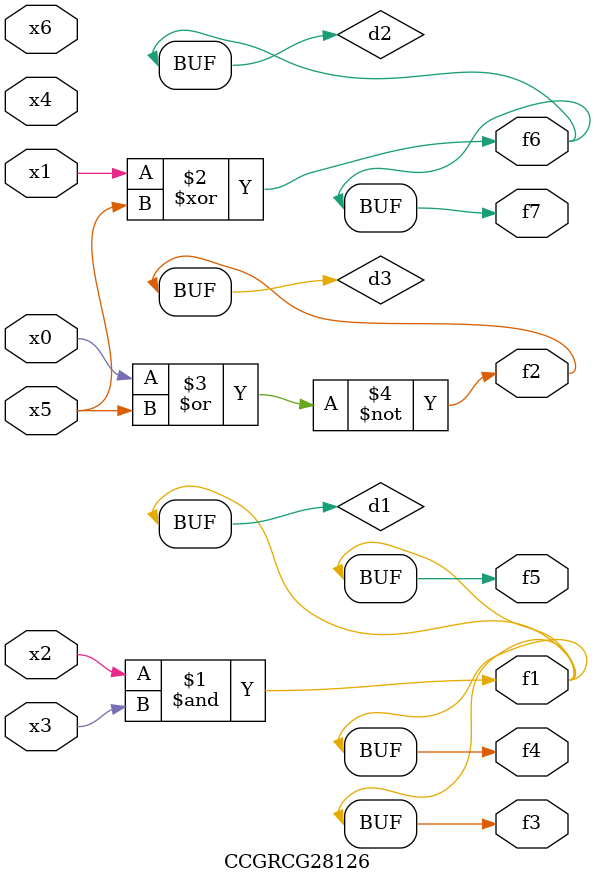
<source format=v>
module CCGRCG28126(
	input x0, x1, x2, x3, x4, x5, x6,
	output f1, f2, f3, f4, f5, f6, f7
);

	wire d1, d2, d3;

	and (d1, x2, x3);
	xor (d2, x1, x5);
	nor (d3, x0, x5);
	assign f1 = d1;
	assign f2 = d3;
	assign f3 = d1;
	assign f4 = d1;
	assign f5 = d1;
	assign f6 = d2;
	assign f7 = d2;
endmodule

</source>
